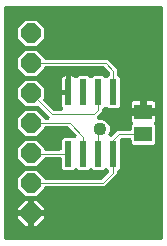
<source format=gbr>
G04 EAGLE Gerber RS-274X export*
G75*
%MOMM*%
%FSLAX34Y34*%
%LPD*%
%INTop Copper*%
%IPPOS*%
%AMOC8*
5,1,8,0,0,1.08239X$1,22.5*%
G01*
%ADD10R,0.600000X2.200000*%
%ADD11R,1.500000X1.300000*%
%ADD12P,1.759533X8X22.500000*%
%ADD13C,0.050800*%
%ADD14C,1.016000*%
%ADD15C,1.108000*%

G36*
X135146Y2543D02*
X135146Y2543D01*
X135164Y2541D01*
X135346Y2562D01*
X135529Y2581D01*
X135546Y2586D01*
X135563Y2588D01*
X135738Y2645D01*
X135914Y2699D01*
X135929Y2707D01*
X135946Y2713D01*
X136106Y2803D01*
X136268Y2891D01*
X136281Y2902D01*
X136297Y2911D01*
X136436Y3031D01*
X136577Y3148D01*
X136588Y3162D01*
X136602Y3174D01*
X136714Y3319D01*
X136829Y3462D01*
X136837Y3478D01*
X136848Y3492D01*
X136930Y3657D01*
X137015Y3819D01*
X137020Y3836D01*
X137028Y3852D01*
X137075Y4031D01*
X137126Y4206D01*
X137128Y4224D01*
X137132Y4241D01*
X137159Y4572D01*
X137159Y198628D01*
X137157Y198646D01*
X137159Y198664D01*
X137138Y198846D01*
X137119Y199029D01*
X137114Y199046D01*
X137112Y199063D01*
X137055Y199238D01*
X137001Y199414D01*
X136993Y199429D01*
X136987Y199446D01*
X136897Y199606D01*
X136809Y199768D01*
X136798Y199781D01*
X136789Y199797D01*
X136669Y199936D01*
X136552Y200077D01*
X136538Y200088D01*
X136526Y200102D01*
X136381Y200214D01*
X136238Y200329D01*
X136222Y200337D01*
X136208Y200348D01*
X136043Y200430D01*
X135881Y200515D01*
X135864Y200520D01*
X135848Y200528D01*
X135669Y200575D01*
X135494Y200626D01*
X135476Y200628D01*
X135459Y200632D01*
X135128Y200659D01*
X4572Y200659D01*
X4554Y200657D01*
X4536Y200659D01*
X4354Y200638D01*
X4171Y200619D01*
X4154Y200614D01*
X4137Y200612D01*
X3962Y200555D01*
X3786Y200501D01*
X3771Y200493D01*
X3754Y200487D01*
X3594Y200397D01*
X3432Y200309D01*
X3419Y200298D01*
X3403Y200289D01*
X3264Y200169D01*
X3123Y200052D01*
X3112Y200038D01*
X3098Y200026D01*
X2986Y199881D01*
X2871Y199738D01*
X2863Y199722D01*
X2852Y199708D01*
X2770Y199543D01*
X2685Y199381D01*
X2680Y199364D01*
X2672Y199348D01*
X2625Y199169D01*
X2574Y198994D01*
X2572Y198976D01*
X2568Y198959D01*
X2541Y198628D01*
X2541Y4572D01*
X2543Y4554D01*
X2541Y4536D01*
X2562Y4354D01*
X2581Y4171D01*
X2586Y4154D01*
X2588Y4137D01*
X2645Y3962D01*
X2699Y3786D01*
X2707Y3771D01*
X2713Y3754D01*
X2803Y3594D01*
X2891Y3432D01*
X2902Y3419D01*
X2911Y3403D01*
X3031Y3264D01*
X3148Y3123D01*
X3162Y3112D01*
X3174Y3098D01*
X3319Y2986D01*
X3462Y2871D01*
X3478Y2863D01*
X3492Y2852D01*
X3657Y2770D01*
X3819Y2685D01*
X3836Y2680D01*
X3852Y2672D01*
X4031Y2625D01*
X4206Y2574D01*
X4224Y2572D01*
X4241Y2568D01*
X4572Y2541D01*
X135128Y2541D01*
X135146Y2543D01*
G37*
%LPC*%
G36*
X20981Y40131D02*
X20981Y40131D01*
X14731Y46381D01*
X14731Y55219D01*
X20981Y61469D01*
X29819Y61469D01*
X36125Y55163D01*
X36173Y55016D01*
X36227Y54840D01*
X36235Y54825D01*
X36241Y54808D01*
X36331Y54648D01*
X36419Y54486D01*
X36430Y54473D01*
X36439Y54457D01*
X36559Y54318D01*
X36676Y54177D01*
X36690Y54166D01*
X36702Y54152D01*
X36847Y54040D01*
X36990Y53925D01*
X37006Y53917D01*
X37020Y53906D01*
X37185Y53824D01*
X37347Y53739D01*
X37364Y53734D01*
X37380Y53726D01*
X37559Y53679D01*
X37734Y53628D01*
X37752Y53626D01*
X37769Y53622D01*
X38100Y53595D01*
X84361Y53595D01*
X84388Y53597D01*
X84414Y53595D01*
X84588Y53617D01*
X84762Y53635D01*
X84787Y53642D01*
X84814Y53646D01*
X84979Y53701D01*
X85147Y53753D01*
X85170Y53766D01*
X85195Y53774D01*
X85347Y53861D01*
X85501Y53945D01*
X85521Y53962D01*
X85544Y53975D01*
X85797Y54190D01*
X90996Y59388D01*
X91007Y59402D01*
X91021Y59414D01*
X91135Y59558D01*
X91251Y59700D01*
X91259Y59716D01*
X91270Y59730D01*
X91354Y59894D01*
X91440Y60056D01*
X91445Y60073D01*
X91453Y60089D01*
X91502Y60265D01*
X91554Y60441D01*
X91556Y60459D01*
X91561Y60476D01*
X91574Y60659D01*
X91591Y60842D01*
X91589Y60860D01*
X91590Y60878D01*
X91567Y61059D01*
X91547Y61243D01*
X91542Y61260D01*
X91540Y61277D01*
X91482Y61451D01*
X91426Y61626D01*
X91417Y61642D01*
X91412Y61659D01*
X91320Y61819D01*
X91231Y61979D01*
X91220Y61992D01*
X91211Y62008D01*
X90996Y62261D01*
X90336Y62921D01*
X90322Y62932D01*
X90311Y62945D01*
X90166Y63060D01*
X90025Y63176D01*
X90009Y63184D01*
X89995Y63195D01*
X89831Y63278D01*
X89669Y63364D01*
X89652Y63369D01*
X89636Y63377D01*
X89459Y63427D01*
X89283Y63479D01*
X89265Y63481D01*
X89248Y63485D01*
X89064Y63499D01*
X88882Y63515D01*
X88865Y63513D01*
X88847Y63515D01*
X88663Y63492D01*
X88482Y63472D01*
X88465Y63467D01*
X88447Y63464D01*
X88273Y63406D01*
X88098Y63350D01*
X88082Y63342D01*
X88066Y63336D01*
X87907Y63245D01*
X87746Y63156D01*
X87732Y63144D01*
X87717Y63135D01*
X87464Y62921D01*
X86602Y62059D01*
X78498Y62059D01*
X77636Y62921D01*
X77623Y62932D01*
X77611Y62945D01*
X77466Y63060D01*
X77325Y63176D01*
X77309Y63184D01*
X77295Y63195D01*
X77131Y63278D01*
X76969Y63364D01*
X76952Y63369D01*
X76936Y63377D01*
X76759Y63427D01*
X76583Y63479D01*
X76565Y63481D01*
X76548Y63485D01*
X76365Y63499D01*
X76182Y63515D01*
X76164Y63513D01*
X76147Y63515D01*
X75965Y63492D01*
X75782Y63472D01*
X75765Y63467D01*
X75747Y63464D01*
X75574Y63406D01*
X75398Y63351D01*
X75382Y63342D01*
X75366Y63336D01*
X75207Y63245D01*
X75046Y63156D01*
X75032Y63144D01*
X75017Y63135D01*
X74764Y62921D01*
X73902Y62059D01*
X65798Y62059D01*
X64936Y62921D01*
X64923Y62932D01*
X64911Y62945D01*
X64766Y63060D01*
X64625Y63176D01*
X64609Y63184D01*
X64595Y63195D01*
X64431Y63278D01*
X64269Y63364D01*
X64252Y63369D01*
X64236Y63377D01*
X64059Y63427D01*
X63883Y63479D01*
X63865Y63481D01*
X63848Y63485D01*
X63665Y63499D01*
X63482Y63515D01*
X63464Y63513D01*
X63447Y63515D01*
X63265Y63492D01*
X63082Y63472D01*
X63065Y63467D01*
X63047Y63464D01*
X62874Y63406D01*
X62698Y63351D01*
X62682Y63342D01*
X62666Y63336D01*
X62507Y63245D01*
X62346Y63156D01*
X62332Y63144D01*
X62317Y63135D01*
X62064Y62921D01*
X61202Y62059D01*
X53098Y62059D01*
X51609Y63548D01*
X51609Y70774D01*
X51607Y70792D01*
X51609Y70810D01*
X51588Y70992D01*
X51569Y71175D01*
X51564Y71192D01*
X51562Y71209D01*
X51505Y71384D01*
X51451Y71560D01*
X51443Y71575D01*
X51437Y71592D01*
X51347Y71752D01*
X51259Y71914D01*
X51248Y71927D01*
X51239Y71943D01*
X51119Y72082D01*
X51002Y72223D01*
X50988Y72234D01*
X50976Y72248D01*
X50831Y72360D01*
X50688Y72475D01*
X50672Y72483D01*
X50658Y72494D01*
X50493Y72576D01*
X50331Y72661D01*
X50314Y72666D01*
X50298Y72674D01*
X50119Y72721D01*
X49944Y72772D01*
X49926Y72774D01*
X49909Y72778D01*
X49578Y72805D01*
X37934Y72805D01*
X37908Y72803D01*
X37881Y72805D01*
X37707Y72783D01*
X37534Y72765D01*
X37508Y72758D01*
X37482Y72754D01*
X37316Y72699D01*
X37149Y72647D01*
X37125Y72634D01*
X37100Y72626D01*
X36948Y72539D01*
X36795Y72455D01*
X36774Y72438D01*
X36751Y72425D01*
X36498Y72210D01*
X29819Y65531D01*
X20981Y65531D01*
X14731Y71781D01*
X14731Y80619D01*
X20981Y86869D01*
X29819Y86869D01*
X36069Y80619D01*
X36069Y80426D01*
X36071Y80408D01*
X36069Y80390D01*
X36090Y80208D01*
X36109Y80025D01*
X36114Y80008D01*
X36116Y79991D01*
X36173Y79816D01*
X36227Y79640D01*
X36235Y79625D01*
X36241Y79608D01*
X36331Y79448D01*
X36419Y79286D01*
X36430Y79273D01*
X36439Y79257D01*
X36559Y79118D01*
X36676Y78977D01*
X36690Y78966D01*
X36702Y78952D01*
X36847Y78840D01*
X36990Y78725D01*
X37006Y78717D01*
X37020Y78706D01*
X37185Y78624D01*
X37347Y78539D01*
X37364Y78534D01*
X37380Y78526D01*
X37559Y78479D01*
X37734Y78428D01*
X37752Y78426D01*
X37769Y78422D01*
X38100Y78395D01*
X49578Y78395D01*
X49596Y78397D01*
X49614Y78395D01*
X49796Y78416D01*
X49979Y78435D01*
X49996Y78440D01*
X50013Y78442D01*
X50188Y78499D01*
X50364Y78553D01*
X50379Y78561D01*
X50396Y78567D01*
X50556Y78657D01*
X50718Y78745D01*
X50731Y78756D01*
X50747Y78765D01*
X50886Y78885D01*
X51027Y79002D01*
X51038Y79016D01*
X51052Y79028D01*
X51164Y79173D01*
X51279Y79316D01*
X51287Y79332D01*
X51298Y79346D01*
X51380Y79511D01*
X51465Y79673D01*
X51470Y79690D01*
X51478Y79706D01*
X51525Y79885D01*
X51576Y80060D01*
X51578Y80078D01*
X51582Y80095D01*
X51609Y80426D01*
X51609Y87652D01*
X53098Y89141D01*
X62023Y89141D01*
X62032Y89142D01*
X62041Y89141D01*
X62233Y89162D01*
X62424Y89181D01*
X62432Y89183D01*
X62441Y89184D01*
X62623Y89242D01*
X62809Y89299D01*
X62817Y89303D01*
X62825Y89306D01*
X62993Y89399D01*
X63163Y89491D01*
X63169Y89496D01*
X63177Y89501D01*
X63324Y89625D01*
X63472Y89748D01*
X63478Y89755D01*
X63484Y89761D01*
X63603Y89912D01*
X63724Y90062D01*
X63728Y90070D01*
X63734Y90077D01*
X63822Y90250D01*
X63910Y90419D01*
X63912Y90428D01*
X63916Y90436D01*
X63968Y90620D01*
X64021Y90806D01*
X64022Y90815D01*
X64024Y90824D01*
X64038Y91017D01*
X64054Y91208D01*
X64053Y91216D01*
X64054Y91225D01*
X64029Y91418D01*
X64007Y91607D01*
X64004Y91616D01*
X64003Y91625D01*
X63942Y91808D01*
X63882Y91990D01*
X63878Y91998D01*
X63875Y92006D01*
X63779Y92173D01*
X63684Y92341D01*
X63679Y92348D01*
X63674Y92355D01*
X63459Y92608D01*
X57857Y98210D01*
X57837Y98227D01*
X57819Y98248D01*
X57681Y98355D01*
X57546Y98465D01*
X57522Y98478D01*
X57501Y98494D01*
X57344Y98572D01*
X57190Y98654D01*
X57165Y98662D01*
X57141Y98674D01*
X56971Y98719D01*
X56804Y98769D01*
X56778Y98771D01*
X56752Y98778D01*
X56421Y98805D01*
X38100Y98805D01*
X38082Y98803D01*
X38064Y98805D01*
X37882Y98784D01*
X37699Y98765D01*
X37682Y98760D01*
X37665Y98758D01*
X37490Y98701D01*
X37314Y98647D01*
X37299Y98639D01*
X37282Y98633D01*
X37122Y98543D01*
X36960Y98455D01*
X36947Y98444D01*
X36931Y98435D01*
X36792Y98315D01*
X36651Y98198D01*
X36640Y98184D01*
X36626Y98172D01*
X36514Y98027D01*
X36399Y97884D01*
X36391Y97868D01*
X36380Y97854D01*
X36298Y97689D01*
X36213Y97527D01*
X36208Y97510D01*
X36200Y97494D01*
X36153Y97315D01*
X36132Y97244D01*
X29819Y90931D01*
X20981Y90931D01*
X14731Y97181D01*
X14731Y106019D01*
X20981Y112269D01*
X29819Y112269D01*
X36125Y105963D01*
X36173Y105816D01*
X36227Y105640D01*
X36235Y105625D01*
X36241Y105608D01*
X36331Y105448D01*
X36419Y105286D01*
X36430Y105273D01*
X36439Y105257D01*
X36559Y105118D01*
X36676Y104977D01*
X36690Y104966D01*
X36702Y104952D01*
X36847Y104840D01*
X36990Y104725D01*
X37006Y104717D01*
X37020Y104706D01*
X37185Y104624D01*
X37347Y104539D01*
X37364Y104534D01*
X37380Y104526D01*
X37559Y104479D01*
X37734Y104428D01*
X37752Y104426D01*
X37769Y104422D01*
X38100Y104395D01*
X39149Y104395D01*
X39158Y104396D01*
X39167Y104395D01*
X39359Y104416D01*
X39550Y104435D01*
X39558Y104437D01*
X39567Y104438D01*
X39750Y104496D01*
X39935Y104553D01*
X39942Y104557D01*
X39951Y104560D01*
X40120Y104653D01*
X40289Y104745D01*
X40295Y104750D01*
X40303Y104755D01*
X40451Y104880D01*
X40598Y105002D01*
X40603Y105009D01*
X40610Y105015D01*
X40730Y105167D01*
X40850Y105316D01*
X40854Y105324D01*
X40860Y105331D01*
X40948Y105504D01*
X41036Y105673D01*
X41038Y105682D01*
X41042Y105690D01*
X41094Y105875D01*
X41147Y106060D01*
X41148Y106069D01*
X41150Y106078D01*
X41164Y106270D01*
X41180Y106462D01*
X41179Y106470D01*
X41180Y106479D01*
X41155Y106671D01*
X41133Y106861D01*
X41130Y106870D01*
X41129Y106879D01*
X41068Y107061D01*
X41008Y107244D01*
X41004Y107252D01*
X41001Y107260D01*
X40905Y107428D01*
X40810Y107595D01*
X40805Y107602D01*
X40800Y107609D01*
X40585Y107862D01*
X39790Y108657D01*
X32404Y116044D01*
X32390Y116055D01*
X32379Y116069D01*
X32235Y116182D01*
X32093Y116299D01*
X32077Y116307D01*
X32063Y116318D01*
X31899Y116401D01*
X31737Y116487D01*
X31720Y116492D01*
X31704Y116500D01*
X31527Y116550D01*
X31351Y116602D01*
X31333Y116604D01*
X31316Y116608D01*
X31133Y116622D01*
X30950Y116638D01*
X30932Y116637D01*
X30914Y116638D01*
X30733Y116615D01*
X30550Y116595D01*
X30533Y116590D01*
X30515Y116587D01*
X30341Y116529D01*
X30166Y116474D01*
X30150Y116465D01*
X30133Y116459D01*
X29974Y116367D01*
X29909Y116331D01*
X20981Y116331D01*
X14731Y122581D01*
X14731Y131419D01*
X20981Y137669D01*
X29819Y137669D01*
X36069Y131419D01*
X36069Y122501D01*
X35998Y122363D01*
X35913Y122201D01*
X35908Y122184D01*
X35900Y122168D01*
X35850Y121991D01*
X35798Y121815D01*
X35796Y121798D01*
X35792Y121780D01*
X35778Y121597D01*
X35762Y121414D01*
X35763Y121397D01*
X35762Y121379D01*
X35785Y121197D01*
X35805Y121014D01*
X35810Y120997D01*
X35813Y120979D01*
X35871Y120806D01*
X35926Y120630D01*
X35935Y120615D01*
X35941Y120598D01*
X36033Y120438D01*
X36121Y120278D01*
X36133Y120265D01*
X36142Y120249D01*
X36356Y119996D01*
X43743Y112610D01*
X43763Y112593D01*
X43781Y112572D01*
X43919Y112465D01*
X44054Y112355D01*
X44078Y112342D01*
X44099Y112326D01*
X44256Y112248D01*
X44410Y112166D01*
X44435Y112158D01*
X44459Y112146D01*
X44629Y112101D01*
X44796Y112051D01*
X44822Y112049D01*
X44848Y112042D01*
X45179Y112015D01*
X50345Y112015D01*
X50491Y112029D01*
X50637Y112036D01*
X50691Y112049D01*
X50746Y112055D01*
X50886Y112097D01*
X51028Y112133D01*
X51078Y112156D01*
X51131Y112173D01*
X51259Y112242D01*
X51392Y112305D01*
X51436Y112338D01*
X51485Y112365D01*
X51597Y112458D01*
X51714Y112546D01*
X51751Y112587D01*
X51794Y112622D01*
X51886Y112736D01*
X51983Y112845D01*
X52012Y112893D01*
X52046Y112936D01*
X52114Y113066D01*
X52188Y113192D01*
X52206Y113244D01*
X52232Y113293D01*
X52272Y113434D01*
X52320Y113572D01*
X52328Y113627D01*
X52343Y113680D01*
X52355Y113826D01*
X52375Y113971D01*
X52372Y114026D01*
X52376Y114082D01*
X52359Y114226D01*
X52350Y114373D01*
X52336Y114426D01*
X52329Y114481D01*
X52284Y114620D01*
X52246Y114762D01*
X52219Y114819D01*
X52204Y114864D01*
X52163Y114937D01*
X52104Y115062D01*
X51782Y115619D01*
X51609Y116265D01*
X51609Y125569D01*
X57150Y125569D01*
X57167Y125570D01*
X57185Y125569D01*
X57368Y125590D01*
X57550Y125608D01*
X57567Y125614D01*
X57585Y125616D01*
X57760Y125673D01*
X57935Y125727D01*
X57951Y125735D01*
X57968Y125741D01*
X58128Y125831D01*
X58289Y125918D01*
X58303Y125930D01*
X58318Y125939D01*
X58458Y126059D01*
X58598Y126176D01*
X58599Y126176D01*
X58599Y126177D01*
X58610Y126190D01*
X58623Y126202D01*
X58624Y126202D01*
X58736Y126347D01*
X58851Y126490D01*
X58860Y126506D01*
X58870Y126520D01*
X58952Y126685D01*
X59037Y126848D01*
X59042Y126865D01*
X59050Y126881D01*
X59098Y127059D01*
X59148Y127235D01*
X59150Y127252D01*
X59154Y127270D01*
X59181Y127600D01*
X59181Y141141D01*
X60485Y141141D01*
X61131Y140968D01*
X61710Y140633D01*
X62064Y140279D01*
X62078Y140268D01*
X62089Y140255D01*
X62233Y140141D01*
X62375Y140024D01*
X62391Y140016D01*
X62405Y140005D01*
X62569Y139921D01*
X62731Y139836D01*
X62748Y139831D01*
X62764Y139823D01*
X62941Y139773D01*
X63117Y139721D01*
X63135Y139719D01*
X63152Y139715D01*
X63335Y139701D01*
X63518Y139685D01*
X63536Y139687D01*
X63553Y139685D01*
X63735Y139708D01*
X63918Y139728D01*
X63935Y139733D01*
X63953Y139736D01*
X64127Y139794D01*
X64302Y139849D01*
X64318Y139858D01*
X64334Y139864D01*
X64493Y139955D01*
X64654Y140044D01*
X64668Y140056D01*
X64683Y140065D01*
X64936Y140279D01*
X65798Y141141D01*
X73902Y141141D01*
X74764Y140279D01*
X74778Y140268D01*
X74789Y140255D01*
X74933Y140141D01*
X75075Y140024D01*
X75091Y140016D01*
X75105Y140005D01*
X75269Y139921D01*
X75431Y139836D01*
X75448Y139831D01*
X75464Y139823D01*
X75641Y139773D01*
X75817Y139721D01*
X75835Y139719D01*
X75852Y139715D01*
X76035Y139701D01*
X76218Y139685D01*
X76236Y139687D01*
X76253Y139685D01*
X76435Y139708D01*
X76618Y139728D01*
X76635Y139733D01*
X76653Y139736D01*
X76827Y139794D01*
X77002Y139849D01*
X77018Y139858D01*
X77034Y139864D01*
X77193Y139955D01*
X77354Y140044D01*
X77368Y140056D01*
X77383Y140065D01*
X77636Y140279D01*
X78498Y141141D01*
X86602Y141141D01*
X87464Y140279D01*
X87477Y140268D01*
X87489Y140255D01*
X87634Y140140D01*
X87775Y140024D01*
X87791Y140016D01*
X87805Y140005D01*
X87969Y139922D01*
X88131Y139836D01*
X88148Y139831D01*
X88164Y139823D01*
X88341Y139773D01*
X88517Y139721D01*
X88535Y139719D01*
X88552Y139715D01*
X88735Y139701D01*
X88918Y139685D01*
X88936Y139687D01*
X88953Y139685D01*
X89135Y139708D01*
X89318Y139728D01*
X89335Y139733D01*
X89353Y139736D01*
X89526Y139794D01*
X89702Y139849D01*
X89718Y139858D01*
X89734Y139864D01*
X89893Y139955D01*
X90054Y140044D01*
X90068Y140056D01*
X90083Y140065D01*
X90336Y140279D01*
X91528Y141471D01*
X91564Y141491D01*
X91577Y141502D01*
X91593Y141511D01*
X91732Y141631D01*
X91873Y141748D01*
X91884Y141762D01*
X91898Y141774D01*
X92010Y141919D01*
X92125Y142062D01*
X92133Y142078D01*
X92144Y142092D01*
X92226Y142257D01*
X92311Y142419D01*
X92316Y142436D01*
X92324Y142452D01*
X92371Y142631D01*
X92422Y142806D01*
X92424Y142824D01*
X92428Y142841D01*
X92455Y143172D01*
X92455Y144051D01*
X92453Y144078D01*
X92455Y144104D01*
X92433Y144278D01*
X92415Y144452D01*
X92408Y144477D01*
X92404Y144504D01*
X92349Y144669D01*
X92297Y144837D01*
X92284Y144860D01*
X92276Y144885D01*
X92189Y145037D01*
X92105Y145191D01*
X92088Y145211D01*
X92075Y145234D01*
X91860Y145487D01*
X88337Y149010D01*
X88317Y149027D01*
X88299Y149048D01*
X88161Y149155D01*
X88026Y149265D01*
X88002Y149278D01*
X87981Y149294D01*
X87824Y149372D01*
X87670Y149454D01*
X87645Y149462D01*
X87621Y149474D01*
X87451Y149519D01*
X87284Y149569D01*
X87258Y149571D01*
X87232Y149578D01*
X86901Y149605D01*
X38100Y149605D01*
X38082Y149603D01*
X38064Y149605D01*
X37882Y149584D01*
X37699Y149565D01*
X37682Y149560D01*
X37665Y149558D01*
X37490Y149501D01*
X37314Y149447D01*
X37299Y149439D01*
X37282Y149433D01*
X37122Y149343D01*
X36960Y149255D01*
X36947Y149244D01*
X36931Y149235D01*
X36792Y149115D01*
X36651Y148998D01*
X36640Y148984D01*
X36626Y148972D01*
X36514Y148827D01*
X36399Y148684D01*
X36391Y148668D01*
X36380Y148654D01*
X36298Y148489D01*
X36213Y148327D01*
X36208Y148310D01*
X36200Y148294D01*
X36153Y148115D01*
X36132Y148044D01*
X29819Y141731D01*
X20981Y141731D01*
X14731Y147981D01*
X14731Y156819D01*
X20981Y163069D01*
X29819Y163069D01*
X36125Y156763D01*
X36173Y156616D01*
X36227Y156440D01*
X36235Y156425D01*
X36241Y156408D01*
X36331Y156248D01*
X36419Y156086D01*
X36430Y156073D01*
X36439Y156057D01*
X36559Y155918D01*
X36676Y155777D01*
X36690Y155766D01*
X36702Y155752D01*
X36847Y155640D01*
X36990Y155525D01*
X37006Y155517D01*
X37020Y155506D01*
X37185Y155424D01*
X37347Y155339D01*
X37364Y155334D01*
X37380Y155326D01*
X37559Y155279D01*
X37734Y155228D01*
X37752Y155226D01*
X37769Y155222D01*
X38100Y155195D01*
X90058Y155195D01*
X98045Y147208D01*
X98045Y143172D01*
X98047Y143154D01*
X98045Y143136D01*
X98066Y142954D01*
X98085Y142771D01*
X98090Y142754D01*
X98092Y142737D01*
X98149Y142562D01*
X98203Y142386D01*
X98211Y142371D01*
X98217Y142354D01*
X98307Y142194D01*
X98395Y142032D01*
X98406Y142019D01*
X98415Y142003D01*
X98535Y141864D01*
X98652Y141723D01*
X98666Y141712D01*
X98678Y141698D01*
X98823Y141586D01*
X98966Y141471D01*
X98979Y141464D01*
X100791Y139652D01*
X100791Y115548D01*
X99302Y114059D01*
X91198Y114059D01*
X90336Y114921D01*
X90322Y114932D01*
X90311Y114945D01*
X90167Y115059D01*
X90025Y115176D01*
X90009Y115184D01*
X89995Y115195D01*
X89831Y115278D01*
X89669Y115364D01*
X89652Y115369D01*
X89636Y115377D01*
X89459Y115427D01*
X89283Y115479D01*
X89265Y115481D01*
X89248Y115485D01*
X89065Y115499D01*
X88882Y115515D01*
X88864Y115513D01*
X88847Y115515D01*
X88665Y115492D01*
X88482Y115472D01*
X88465Y115467D01*
X88447Y115464D01*
X88273Y115406D01*
X88098Y115351D01*
X88082Y115342D01*
X88066Y115336D01*
X87907Y115245D01*
X87746Y115156D01*
X87732Y115144D01*
X87717Y115135D01*
X87464Y114921D01*
X86272Y113729D01*
X86236Y113709D01*
X86223Y113698D01*
X86207Y113689D01*
X86068Y113569D01*
X85927Y113452D01*
X85916Y113438D01*
X85902Y113426D01*
X85790Y113281D01*
X85675Y113138D01*
X85667Y113122D01*
X85656Y113108D01*
X85574Y112943D01*
X85489Y112781D01*
X85484Y112764D01*
X85476Y112748D01*
X85429Y112569D01*
X85378Y112394D01*
X85376Y112376D01*
X85372Y112359D01*
X85345Y112028D01*
X85345Y111872D01*
X81541Y108068D01*
X81535Y108061D01*
X81528Y108056D01*
X81408Y107906D01*
X81286Y107757D01*
X81281Y107749D01*
X81276Y107742D01*
X81186Y107569D01*
X81097Y107401D01*
X81094Y107392D01*
X81090Y107385D01*
X81037Y107200D01*
X80982Y107015D01*
X80981Y107006D01*
X80979Y106998D01*
X80963Y106806D01*
X80946Y106614D01*
X80947Y106605D01*
X80946Y106596D01*
X80968Y106407D01*
X80989Y106214D01*
X80992Y106205D01*
X80993Y106197D01*
X81052Y106015D01*
X81111Y105830D01*
X81115Y105822D01*
X81118Y105814D01*
X81213Y105645D01*
X81305Y105478D01*
X81311Y105471D01*
X81316Y105463D01*
X81442Y105316D01*
X81566Y105171D01*
X81573Y105165D01*
X81579Y105158D01*
X81730Y105041D01*
X81882Y104921D01*
X81890Y104917D01*
X81897Y104912D01*
X82069Y104826D01*
X82241Y104739D01*
X82249Y104736D01*
X82257Y104732D01*
X82443Y104682D01*
X82629Y104631D01*
X82638Y104630D01*
X82646Y104628D01*
X82977Y104601D01*
X85427Y104601D01*
X88397Y103371D01*
X90671Y101097D01*
X91901Y98127D01*
X91901Y94913D01*
X91085Y92944D01*
X91084Y92940D01*
X91082Y92936D01*
X91026Y92747D01*
X90969Y92559D01*
X90969Y92554D01*
X90967Y92550D01*
X90949Y92351D01*
X90931Y92158D01*
X90931Y92154D01*
X90931Y92149D01*
X90952Y91955D01*
X90972Y91758D01*
X90974Y91753D01*
X90974Y91749D01*
X91034Y91562D01*
X91092Y91373D01*
X91094Y91369D01*
X91096Y91365D01*
X91190Y91195D01*
X91286Y91020D01*
X91289Y91017D01*
X91291Y91013D01*
X91416Y90865D01*
X91545Y90712D01*
X91548Y90709D01*
X91551Y90706D01*
X91707Y90583D01*
X91860Y90461D01*
X91864Y90459D01*
X91867Y90456D01*
X92043Y90367D01*
X92218Y90277D01*
X92222Y90276D01*
X92226Y90274D01*
X92416Y90221D01*
X92605Y90167D01*
X92610Y90167D01*
X92614Y90166D01*
X92813Y90151D01*
X93006Y90136D01*
X93011Y90137D01*
X93015Y90136D01*
X93213Y90161D01*
X93406Y90185D01*
X93410Y90186D01*
X93415Y90187D01*
X93600Y90249D01*
X93788Y90311D01*
X93792Y90314D01*
X93797Y90315D01*
X93968Y90414D01*
X94138Y90511D01*
X94141Y90514D01*
X94145Y90516D01*
X94398Y90731D01*
X94687Y91019D01*
X94687Y91020D01*
X98562Y94895D01*
X108578Y94895D01*
X108596Y94897D01*
X108614Y94895D01*
X108796Y94916D01*
X108979Y94935D01*
X108996Y94940D01*
X109013Y94942D01*
X109188Y94999D01*
X109364Y95053D01*
X109379Y95061D01*
X109396Y95067D01*
X109556Y95157D01*
X109718Y95245D01*
X109731Y95256D01*
X109747Y95265D01*
X109886Y95385D01*
X110027Y95502D01*
X110038Y95516D01*
X110052Y95528D01*
X110164Y95673D01*
X110279Y95816D01*
X110287Y95832D01*
X110298Y95846D01*
X110380Y96011D01*
X110465Y96173D01*
X110470Y96190D01*
X110478Y96206D01*
X110525Y96385D01*
X110576Y96560D01*
X110578Y96578D01*
X110582Y96595D01*
X110609Y96926D01*
X110609Y99652D01*
X111121Y100164D01*
X111132Y100177D01*
X111145Y100189D01*
X111259Y100333D01*
X111376Y100475D01*
X111384Y100491D01*
X111395Y100505D01*
X111478Y100669D01*
X111564Y100831D01*
X111569Y100848D01*
X111577Y100864D01*
X111627Y101041D01*
X111679Y101217D01*
X111681Y101235D01*
X111685Y101252D01*
X111699Y101435D01*
X111715Y101618D01*
X111713Y101636D01*
X111715Y101653D01*
X111692Y101835D01*
X111672Y102018D01*
X111667Y102035D01*
X111664Y102053D01*
X111606Y102226D01*
X111551Y102402D01*
X111542Y102418D01*
X111536Y102434D01*
X111445Y102593D01*
X111356Y102754D01*
X111344Y102768D01*
X111335Y102783D01*
X111121Y103036D01*
X111117Y103040D01*
X110782Y103619D01*
X110609Y104265D01*
X110609Y107851D01*
X119432Y107851D01*
X119450Y107852D01*
X119467Y107851D01*
X119650Y107872D01*
X119832Y107891D01*
X119849Y107896D01*
X119867Y107898D01*
X120042Y107955D01*
X120217Y108009D01*
X120233Y108017D01*
X120250Y108023D01*
X120410Y108113D01*
X120571Y108200D01*
X120585Y108212D01*
X120601Y108221D01*
X120653Y108266D01*
X120758Y108181D01*
X120774Y108173D01*
X120788Y108162D01*
X120953Y108080D01*
X121116Y107995D01*
X121133Y107990D01*
X121149Y107982D01*
X121327Y107934D01*
X121502Y107884D01*
X121520Y107882D01*
X121537Y107878D01*
X121868Y107851D01*
X130691Y107851D01*
X130691Y104265D01*
X130518Y103619D01*
X130183Y103040D01*
X130179Y103036D01*
X130168Y103022D01*
X130155Y103011D01*
X130041Y102867D01*
X129924Y102725D01*
X129916Y102709D01*
X129905Y102695D01*
X129822Y102531D01*
X129736Y102369D01*
X129731Y102352D01*
X129723Y102336D01*
X129673Y102159D01*
X129621Y101983D01*
X129619Y101965D01*
X129615Y101948D01*
X129601Y101765D01*
X129585Y101582D01*
X129587Y101564D01*
X129585Y101547D01*
X129608Y101365D01*
X129628Y101182D01*
X129633Y101165D01*
X129636Y101147D01*
X129694Y100974D01*
X129749Y100798D01*
X129758Y100782D01*
X129764Y100766D01*
X129855Y100607D01*
X129944Y100446D01*
X129956Y100432D01*
X129965Y100417D01*
X130179Y100164D01*
X130691Y99652D01*
X130691Y84548D01*
X129202Y83059D01*
X112098Y83059D01*
X110609Y84548D01*
X110609Y87274D01*
X110607Y87292D01*
X110609Y87310D01*
X110588Y87492D01*
X110569Y87675D01*
X110564Y87692D01*
X110562Y87709D01*
X110505Y87884D01*
X110451Y88060D01*
X110443Y88075D01*
X110437Y88092D01*
X110347Y88252D01*
X110259Y88414D01*
X110248Y88427D01*
X110239Y88443D01*
X110119Y88582D01*
X110002Y88723D01*
X109988Y88734D01*
X109976Y88748D01*
X109831Y88860D01*
X109688Y88975D01*
X109672Y88983D01*
X109658Y88994D01*
X109493Y89076D01*
X109331Y89161D01*
X109314Y89166D01*
X109298Y89174D01*
X109119Y89221D01*
X108944Y89272D01*
X108926Y89274D01*
X108909Y89278D01*
X108578Y89305D01*
X102822Y89305D01*
X102804Y89303D01*
X102786Y89305D01*
X102604Y89284D01*
X102421Y89265D01*
X102404Y89260D01*
X102387Y89258D01*
X102212Y89201D01*
X102036Y89147D01*
X102021Y89139D01*
X102004Y89133D01*
X101844Y89043D01*
X101682Y88955D01*
X101669Y88944D01*
X101653Y88935D01*
X101514Y88815D01*
X101373Y88698D01*
X101362Y88684D01*
X101348Y88672D01*
X101236Y88527D01*
X101121Y88384D01*
X101113Y88368D01*
X101102Y88354D01*
X101020Y88189D01*
X100935Y88027D01*
X100930Y88010D01*
X100922Y87994D01*
X100875Y87815D01*
X100824Y87640D01*
X100822Y87622D01*
X100818Y87605D01*
X100791Y87274D01*
X100791Y63548D01*
X98972Y61729D01*
X98936Y61709D01*
X98923Y61698D01*
X98907Y61689D01*
X98768Y61569D01*
X98627Y61452D01*
X98616Y61438D01*
X98602Y61426D01*
X98490Y61281D01*
X98375Y61138D01*
X98367Y61122D01*
X98356Y61108D01*
X98274Y60943D01*
X98189Y60781D01*
X98184Y60764D01*
X98176Y60748D01*
X98129Y60569D01*
X98078Y60394D01*
X98076Y60376D01*
X98072Y60359D01*
X98045Y60028D01*
X98045Y58532D01*
X87518Y48005D01*
X38100Y48005D01*
X38082Y48003D01*
X38064Y48005D01*
X37882Y47984D01*
X37699Y47965D01*
X37682Y47960D01*
X37665Y47958D01*
X37490Y47901D01*
X37314Y47847D01*
X37299Y47839D01*
X37282Y47833D01*
X37122Y47743D01*
X36960Y47655D01*
X36947Y47644D01*
X36931Y47635D01*
X36792Y47515D01*
X36651Y47398D01*
X36640Y47384D01*
X36626Y47372D01*
X36514Y47227D01*
X36399Y47084D01*
X36391Y47068D01*
X36380Y47054D01*
X36298Y46889D01*
X36213Y46727D01*
X36208Y46710D01*
X36200Y46694D01*
X36153Y46515D01*
X36132Y46444D01*
X29819Y40131D01*
X20981Y40131D01*
G37*
%LPD*%
%LPC*%
G36*
X20981Y167131D02*
X20981Y167131D01*
X14731Y173381D01*
X14731Y182219D01*
X20981Y188469D01*
X29819Y188469D01*
X36069Y182219D01*
X36069Y173381D01*
X29819Y167131D01*
X20981Y167131D01*
G37*
%LPD*%
%LPC*%
G36*
X27939Y27939D02*
X27939Y27939D01*
X27939Y36069D01*
X29819Y36069D01*
X36069Y29819D01*
X36069Y27939D01*
X27939Y27939D01*
G37*
%LPD*%
%LPC*%
G36*
X14731Y27939D02*
X14731Y27939D01*
X14731Y29819D01*
X20981Y36069D01*
X22861Y36069D01*
X22861Y27939D01*
X14731Y27939D01*
G37*
%LPD*%
%LPC*%
G36*
X27939Y14731D02*
X27939Y14731D01*
X27939Y22861D01*
X36069Y22861D01*
X36069Y20981D01*
X29819Y14731D01*
X27939Y14731D01*
G37*
%LPD*%
%LPC*%
G36*
X20981Y14731D02*
X20981Y14731D01*
X14731Y20981D01*
X14731Y22861D01*
X22861Y22861D01*
X22861Y14731D01*
X20981Y14731D01*
G37*
%LPD*%
%LPC*%
G36*
X51609Y129631D02*
X51609Y129631D01*
X51609Y138935D01*
X51782Y139581D01*
X52117Y140160D01*
X52590Y140633D01*
X53169Y140968D01*
X53815Y141141D01*
X55119Y141141D01*
X55119Y129631D01*
X51609Y129631D01*
G37*
%LPD*%
%LPC*%
G36*
X123899Y114349D02*
X123899Y114349D01*
X123899Y120141D01*
X128485Y120141D01*
X129131Y119968D01*
X129710Y119633D01*
X130183Y119160D01*
X130518Y118581D01*
X130691Y117935D01*
X130691Y114349D01*
X123899Y114349D01*
G37*
%LPD*%
%LPC*%
G36*
X110609Y114349D02*
X110609Y114349D01*
X110609Y117935D01*
X110782Y118581D01*
X111117Y119160D01*
X111590Y119633D01*
X112169Y119968D01*
X112815Y120141D01*
X117401Y120141D01*
X117401Y114349D01*
X110609Y114349D01*
G37*
%LPD*%
D10*
X82550Y127600D03*
X82550Y75600D03*
X95250Y127600D03*
X69850Y127600D03*
X57150Y127600D03*
X95250Y75600D03*
X69850Y75600D03*
X57150Y75600D03*
D11*
X120650Y92100D03*
X120650Y111100D03*
D12*
X25400Y177800D03*
X25400Y152400D03*
X25400Y127000D03*
X25400Y101600D03*
X25400Y76200D03*
X25400Y50800D03*
X25400Y25400D03*
D13*
X95250Y59690D02*
X95250Y75600D01*
X95250Y59690D02*
X86360Y50800D01*
X25400Y50800D01*
X95250Y75600D02*
X95250Y87630D01*
X99720Y92100D02*
X120650Y92100D01*
X99720Y92100D02*
X95250Y87630D01*
D14*
X43180Y139700D03*
D13*
X57150Y75600D02*
X25400Y75600D01*
X25400Y76200D01*
X43180Y109220D02*
X25400Y127000D01*
X43180Y109220D02*
X78740Y109220D01*
X82550Y113030D02*
X82550Y127600D01*
X82550Y113030D02*
X78740Y109220D01*
X58420Y101600D02*
X25400Y101600D01*
X69850Y90170D02*
X69850Y75600D01*
X69850Y90170D02*
X58420Y101600D01*
X88900Y152400D02*
X25400Y152400D01*
X95250Y146050D02*
X95250Y127600D01*
X95250Y146050D02*
X88900Y152400D01*
X82550Y95250D02*
X82550Y75600D01*
X82550Y95250D02*
X83820Y96520D01*
D15*
X83820Y96520D03*
M02*

</source>
